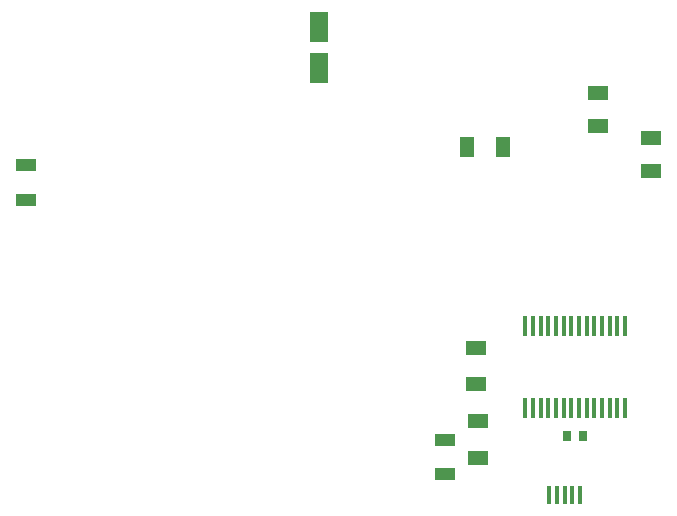
<source format=gbr>
%TF.GenerationSoftware,Altium Limited,Altium Designer,24.0.1 (36)*%
G04 Layer_Color=8421504*
%FSLAX45Y45*%
%MOMM*%
%TF.SameCoordinates,87475131-42DB-44E4-9C0F-69BDD36FC7AA*%
%TF.FilePolarity,Positive*%
%TF.FileFunction,Paste,Top*%
%TF.Part,Single*%
G01*
G75*
%TA.AperFunction,SMDPad,CuDef*%
%ADD10R,1.70000X1.10000*%
%ADD11R,1.80000X1.15000*%
%ADD12R,0.75000X0.94000*%
%ADD13R,1.15000X1.80000*%
%TA.AperFunction,ConnectorPad*%
%ADD14R,0.40000X1.50000*%
%TA.AperFunction,SMDPad,CuDef*%
%ADD15R,1.70000X1.15000*%
%ADD16R,0.45000X1.70000*%
%ADD17R,1.60000X2.50000*%
D10*
X3911600Y490000D02*
D03*
Y780000D02*
D03*
X368300Y3104100D02*
D03*
Y2814100D02*
D03*
D11*
X4175292Y1257812D02*
D03*
Y1557812D02*
D03*
X4191000Y944900D02*
D03*
Y629900D02*
D03*
D12*
X5086500Y812800D02*
D03*
X4946500D02*
D03*
D13*
X4404500Y3263900D02*
D03*
X4104500D02*
D03*
D14*
X4797600Y315500D02*
D03*
X4862600D02*
D03*
X4927600D02*
D03*
X4992600D02*
D03*
X5057600D02*
D03*
D15*
X5207000Y3441400D02*
D03*
Y3721400D02*
D03*
X5658353Y3060400D02*
D03*
Y3340400D02*
D03*
D16*
X5439000Y1747000D02*
D03*
X5374000D02*
D03*
X5309000D02*
D03*
X5244000D02*
D03*
X5179000D02*
D03*
X5114000D02*
D03*
X5049000D02*
D03*
X4984000D02*
D03*
X4919000D02*
D03*
X4854000D02*
D03*
X4789000D02*
D03*
X4724000D02*
D03*
X4659000D02*
D03*
X4594000D02*
D03*
Y1047000D02*
D03*
X4659000D02*
D03*
X4724000D02*
D03*
X4789000D02*
D03*
X4854000D02*
D03*
X4919000D02*
D03*
X4984000D02*
D03*
X5049000D02*
D03*
X5114000D02*
D03*
X5179000D02*
D03*
X5244000D02*
D03*
X5309000D02*
D03*
X5374000D02*
D03*
X5439000D02*
D03*
D17*
X2844800Y4277100D02*
D03*
Y3927100D02*
D03*
%TF.MD5,9056a3742340ba1b73890b568480274d*%
M02*

</source>
